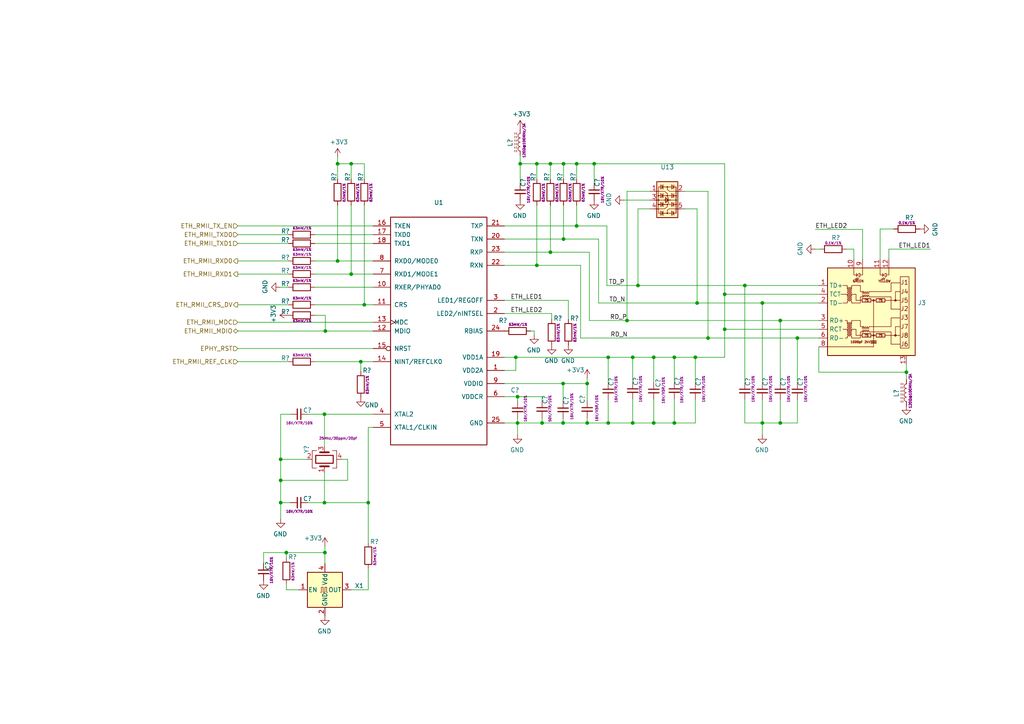
<source format=kicad_sch>
(kicad_sch (version 20211123) (generator eeschema)
  (paper "A4")
  (title_block (title "Buddy") (date "2019-10-24") (rev "v1.0.0") (company "PRUSA Research s.r.o.") (comment 1 "http://creativecommons.org/licenses/by-sa/4.0/") (comment 2 "Licensed under the Attribution-ShareAlike 4.0 International (CC BY-SA 4.0)"))
  (lib_symbols
    (symbol "BUDDY_v1.0.0-rescue:DT1140-04LP-Power_Protection" (pin_names (offset 1.016))
      (property "Reference" "U" (at -6.985 -2.54 0))
      (property "Value" "DT1140-04LP-Power_Protection" (at 6.35 1.27 90))
      (symbol "DT1140-04LP-Power_Protection_0_1"
        (rectangle (start -5.334 3.048) (end 5.08 -3.048) (stroke (width 0.254)) (fill (type background)))
        (circle (center -3.81 0) (radius 0.127))
        (circle (center -3.81 0) (radius 0.127))
        (circle (center -1.27 -2.54) (radius 0.127))
        (circle (center -1.27 -2.54) (radius 0.127))
        (circle (center -1.27 0) (radius 0.127))
        (circle (center -1.27 0) (radius 0.127))
        (circle (center -1.27 2.54) (radius 0.127))
        (circle (center -1.27 2.54) (radius 0.127))
        (circle (center 0 -2.54) (radius 0.127))
        (circle (center 0 -2.54) (radius 0.127))
        (polyline (pts (xy -4.445 -1.27) (xy -3.175 -1.27)))
        (polyline (pts (xy -4.445 -1.27) (xy -3.175 -1.27)))
        (polyline (pts (xy -4.445 1.905) (xy -3.175 1.905)))
        (polyline (pts (xy -3.81 -2.54) (xy -3.81 -0.635)))
        (polyline (pts (xy -3.81 -2.54) (xy 3.81 -2.54)))
        (polyline (pts (xy -3.81 -0.635) (xy -3.81 0.635)))
        (polyline (pts (xy -3.81 0.635) (xy -3.81 2.54)))
        (polyline (pts (xy -3.81 2.54) (xy 3.81 2.54)))
        (polyline (pts (xy -3.81 2.54) (xy 3.81 2.54)))
        (polyline (pts (xy -1.905 -1.27) (xy -0.635 -1.27)))
        (polyline (pts (xy -1.905 -1.27) (xy -0.635 -1.27)))
        (polyline (pts (xy -1.905 1.905) (xy -0.635 1.905)))
        (polyline (pts (xy -1.27 -2.54) (xy -1.27 -0.635)))
        (polyline (pts (xy -1.27 -2.54) (xy -1.27 -0.635)))
        (polyline (pts (xy -1.27 0.635) (xy -1.27 -0.635)))
        (polyline (pts (xy -1.27 0.635) (xy -1.27 2.54)))
        (polyline (pts (xy -0.762 0.254) (xy 0.762 0.254)))
        (polyline (pts (xy -0.7366 0.254) (xy -0.9144 -0.0254)))
        (polyline (pts (xy -0.6604 0.254) (xy 0.762 0.254)))
        (polyline (pts (xy 0 -0.889) (xy 0 -3.81)))
        (polyline (pts (xy 0 -0.889) (xy 0 1.016)))
        (polyline (pts (xy 0 -0.889) (xy 0 1.016)))
        (polyline (pts (xy 0 2.5654) (xy 0 -0.3556)))
        (polyline (pts (xy 0.635 -1.27) (xy 1.905 -1.27)))
        (polyline (pts (xy 0.635 -1.27) (xy 1.905 -1.27)))
        (polyline (pts (xy 0.635 1.905) (xy 1.905 1.905)))
        (polyline (pts (xy 0.762 0.254) (xy 0.9398 0.4826)))
        (polyline (pts (xy 1.27 -2.54) (xy 1.27 -0.635)))
        (polyline (pts (xy 1.27 -2.54) (xy 1.27 -0.635)))
        (polyline (pts (xy 1.27 0.635) (xy 1.27 -0.635)))
        (polyline (pts (xy 1.27 0.635) (xy 1.27 2.54)))
        (polyline (pts (xy 3.175 -1.27) (xy 4.445 -1.27)))
        (polyline (pts (xy 3.175 -1.27) (xy 4.445 -1.27)))
        (polyline (pts (xy 3.175 1.905) (xy 4.445 1.905)))
        (polyline (pts (xy 3.81 -2.54) (xy 3.81 -0.635)))
        (polyline (pts (xy 3.81 0.635) (xy 3.81 -0.635)))
        (polyline (pts (xy 3.81 0.635) (xy 3.81 2.54)))
        (polyline (pts (xy -4.445 -1.905) (xy -3.175 -1.905) (xy -3.81 -1.27) (xy -4.445 -1.905)))
        (polyline (pts (xy -4.445 1.27) (xy -3.175 1.27) (xy -3.81 1.905) (xy -4.445 1.27)))
        (polyline (pts (xy -2.54 -3.81) (xy -2.54 -0.762) (xy -1.905 0) (xy -1.27 0)))
        (polyline (pts (xy -2.54 3.81) (xy -2.54 0.635) (xy -3.048 0) (xy -3.937 0)))
        (polyline (pts (xy -1.905 -1.905) (xy -0.635 -1.905) (xy -1.27 -1.27) (xy -1.905 -1.905)))
        (polyline (pts (xy -1.905 1.27) (xy -0.635 1.27) (xy -1.27 1.905) (xy -1.905 1.27)))
        (polyline (pts (xy -0.762 -0.508) (xy 0.762 -0.508) (xy 0 0.254) (xy -0.762 -0.508)))
        (polyline (pts (xy -0.762 -0.508) (xy 0.762 -0.508) (xy 0 0.254) (xy -0.762 -0.508)))
        (polyline (pts (xy 0.635 -1.905) (xy 1.905 -1.905) (xy 1.27 -1.27) (xy 0.635 -1.905)))
        (polyline (pts (xy 0.635 1.27) (xy 1.905 1.27) (xy 1.27 1.905) (xy 0.635 1.27)))
        (polyline (pts (xy 2.54 -3.81) (xy 2.54 -0.762) (xy 1.905 0) (xy 1.143 0)))
        (polyline (pts (xy 2.54 3.81) (xy 2.54 0.508) (xy 2.921 0) (xy 3.81 0)))
        (polyline (pts (xy 3.175 -1.905) (xy 4.445 -1.905) (xy 3.81 -1.27) (xy 3.175 -1.905)))
        (polyline (pts (xy 3.175 1.27) (xy 4.445 1.27) (xy 3.81 1.905) (xy 3.175 1.27)))
        (circle (center 0 2.54) (radius 0.127))
        (circle (center 0 2.54) (radius 0.127))
        (circle (center 1.27 -2.54) (radius 0.127))
        (circle (center 1.27 -2.54) (radius 0.127))
        (circle (center 1.27 0) (radius 0.127))
        (circle (center 1.27 0) (radius 0.127))
        (circle (center 1.27 2.54) (radius 0.127))
        (circle (center 1.27 2.54) (radius 0.127))
        (circle (center 3.81 0) (radius 0.127))
        (circle (center 3.81 0) (radius 0.127))
      )
      (symbol "DT1140-04LP-Power_Protection_1_1"
        (pin passive line (at -2.54 -5.08 90) (length 2.54) (name "~") (number "1"))
        (pin passive line (at -2.54 5.08 270) (length 2.54) (name "~") (number "2"))
        (pin passive line (at 0 -5.08 90) (length 2.54) (name "~") (number "3"))
        (pin passive line (at 2.54 -5.08 90) (length 2.54) (name "~") (number "4"))
        (pin passive line (at 2.54 5.08 270) (length 2.54) (name "~") (number "5"))
      )
    )
    (symbol "BUDDY_v1.0.0-rescue:HR911105-Connector"
      (property "Reference" "J" (at 12.7 13.97 0))
      (property "Value" "HR911105-Connector" (at 0 -13.97 0))
      (symbol "HR911105-Connector_0_0"
        (rectangle (start -12.7 12.7) (end 12.7 -12.7) (stroke (width 0.254)) (fill (type background)))
        (polyline (pts (xy -3.937 -6.858) (xy -8.255 -6.858)))
        (polyline (pts (xy -3.937 3.302) (xy -8.255 3.302)))
        (polyline (pts (xy -0.635 -10.16) (xy 12.7 -10.16)))
        (polyline (pts (xy 8.255 -5.08) (xy 6.985 -5.08)))
        (polyline (pts (xy 8.89 5.08) (xy 6.985 5.08)))
        (polyline (pts (xy 0.635 -4.318) (xy -5.715 -4.318) (xy -5.715 -1.778) (xy -8.255 -1.778)))
        (polyline (pts (xy 0.635 5.842) (xy -5.715 5.842) (xy -5.715 8.382) (xy -8.255 8.382)))
        (polyline (pts (xy 2.667 -6.858) (xy 4.445 -6.858) (xy 4.445 -5.08) (xy 5.715 -5.08)))
        (polyline (pts (xy 2.667 3.302) (xy 4.445 3.302) (xy 4.445 5.08) (xy 5.715 5.08)))
        (text "1000pF 2kV" (at 3.175 -8.763 0) (effects (font (size 0.635 0.635))))
        (text "75" (at -2.667 -6.858 0) (effects (font (size 0.635 0.635))))
        (text "75" (at -2.667 3.302 0) (effects (font (size 0.635 0.635))))
        (text "75" (at 1.397 -6.858 0) (effects (font (size 0.635 0.635))))
        (text "75" (at 1.397 3.302 0) (effects (font (size 0.635 0.635))))
        (text "GREEN" (at 3.81 8.89 0) (effects (font (size 0.635 0.635))))
        (text "J1" (at -10.795 8.509 0) (effects (font (size 1.27 1.27)) (justify left)))
        (text "J2" (at -10.795 0.889 0) (effects (font (size 1.27 1.27)) (justify left)))
        (text "J3" (at -10.795 -1.651 0) (effects (font (size 1.27 1.27)) (justify left)))
        (text "J4" (at -10.795 5.842 0) (effects (font (size 1.27 1.27)) (justify left)))
        (text "J5" (at -10.795 3.302 0) (effects (font (size 1.27 1.27)) (justify left)))
        (text "J6" (at -10.795 -9.398 0) (effects (font (size 1.27 1.27)) (justify left)))
        (text "J7" (at -10.795 -4.318 0) (effects (font (size 1.27 1.27)) (justify left)))
        (text "J8" (at -10.795 -6.858 0) (effects (font (size 1.27 1.27)) (justify left)))
        (text "YELLOW" (at -3.81 8.89 0) (effects (font (size 0.635 0.635))))
      )
      (symbol "HR911105-Connector_0_1"
        (rectangle (start -8.382 -10.541) (end -10.922 10.16))
        (circle (center -6.985 -6.858) (radius 0.254) (fill (type outline)))
        (circle (center -6.985 3.302) (radius 0.254) (fill (type outline)))
        (rectangle (start -3.937 -7.366) (end -1.397 -6.35) (stroke (width 0.2032)))
        (rectangle (start -3.937 2.794) (end -1.397 3.81) (stroke (width 0.2032)))
        (circle (center -0.635 -6.858) (radius 0.254) (fill (type outline)))
        (circle (center -0.635 3.302) (radius 0.254) (fill (type outline)))
        (polyline (pts (xy -5.715 -9.398) (xy -8.255 -9.398)))
        (polyline (pts (xy -5.715 0.762) (xy -8.255 0.762)))
        (polyline (pts (xy -3.556 9.398) (xy -4.064 9.906)))
        (polyline (pts (xy -3.302 11.176) (xy -3.302 10.16)))
        (polyline (pts (xy -3.048 9.398) (xy -3.556 9.906)))
        (polyline (pts (xy -1.397 -9.017) (xy 0.127 -9.017)) (stroke (width 0.3302)))
        (polyline (pts (xy -1.397 -8.509) (xy 0.127 -8.509)) (stroke (width 0.3048)))
        (polyline (pts (xy -0.635 3.302) (xy -1.397 3.302)))
        (polyline (pts (xy 0.127 -6.858) (xy -1.397 -6.858)))
        (polyline (pts (xy 0.635 -5.334) (xy 2.667 -5.334)))
        (polyline (pts (xy 0.635 4.826) (xy 2.667 4.826)))
        (polyline (pts (xy 2.667 -4.826) (xy 0.635 -4.826)))
        (polyline (pts (xy 2.667 5.334) (xy 0.635 5.334)))
        (polyline (pts (xy 4.064 9.398) (xy 3.556 9.906)))
        (polyline (pts (xy 4.318 11.176) (xy 4.318 10.16)))
        (polyline (pts (xy 4.572 9.398) (xy 4.064 9.906)))
        (polyline (pts (xy 6.223 -3.048) (xy 6.223 -7.112)))
        (polyline (pts (xy 6.223 7.112) (xy 6.223 3.048)))
        (polyline (pts (xy 6.477 -7.112) (xy 6.477 -3.048)))
        (polyline (pts (xy 6.477 3.048) (xy 6.477 7.112)))
        (polyline (pts (xy -6.985 -6.858) (xy -6.985 -4.318) (xy -8.255 -4.318)))
        (polyline (pts (xy -6.985 3.302) (xy -6.985 5.842) (xy -8.255 5.842)))
        (polyline (pts (xy -5.08 12.7) (xy -5.08 10.668) (xy -4.318 10.668)))
        (polyline (pts (xy -3.556 9.652) (xy -3.556 9.398) (xy -3.81 9.398)))
        (polyline (pts (xy -3.048 9.652) (xy -3.048 9.398) (xy -3.302 9.398)))
        (polyline (pts (xy -2.54 12.7) (xy -2.54 10.668) (xy -3.302 10.668)))
        (polyline (pts (xy -0.635 -10.16) (xy -0.635 3.302) (xy 0 3.302)))
        (polyline (pts (xy 0.635 -5.842) (xy -5.715 -5.842) (xy -5.715 -9.398)))
        (polyline (pts (xy 0.635 4.318) (xy -5.715 4.318) (xy -5.715 0.762)))
        (polyline (pts (xy 2.54 12.7) (xy 2.54 10.668) (xy 3.302 10.668)))
        (polyline (pts (xy 4.064 9.652) (xy 4.064 9.398) (xy 3.81 9.398)))
        (polyline (pts (xy 4.572 9.652) (xy 4.572 9.398) (xy 4.318 9.398)))
        (polyline (pts (xy 5.08 12.7) (xy 5.08 10.668) (xy 4.318 10.668)))
        (polyline (pts (xy 6.985 -7.112) (xy 6.985 -7.62) (xy 7.62 -7.62)))
        (polyline (pts (xy 6.985 -3.048) (xy 6.985 -2.54) (xy 7.62 -2.54)))
        (polyline (pts (xy 6.985 3.048) (xy 6.985 2.54) (xy 8.255 2.54)))
        (polyline (pts (xy 6.985 7.112) (xy 6.985 7.62) (xy 8.255 7.62)))
        (polyline (pts (xy -3.302 10.668) (xy -4.318 11.176) (xy -4.318 10.16) (xy -3.302 10.668)))
        (polyline (pts (xy 4.318 10.668) (xy 3.302 11.176) (xy 3.302 10.16) (xy 4.318 10.668)))
        (polyline (pts (xy 2.667 -4.318) (xy 3.175 -4.318) (xy 3.175 -2.54) (xy 5.715 -2.54) (xy 5.715 -3.048)))
        (polyline (pts (xy 2.667 5.842) (xy 3.175 5.842) (xy 3.175 7.62) (xy 5.715 7.62) (xy 5.715 7.112)))
        (polyline (pts (xy 5.715 -7.112) (xy 5.715 -7.62) (xy 3.175 -7.62) (xy 3.175 -5.842) (xy 2.667 -5.842)))
        (polyline (pts (xy 5.715 3.048) (xy 5.715 2.54) (xy 3.175 2.54) (xy 3.175 4.318) (xy 2.667 4.318)))
        (rectangle (start 0.127 -7.366) (end 2.667 -6.35) (stroke (width 0.2032)))
        (rectangle (start 0.127 2.794) (end 2.667 3.81) (stroke (width 0.2032)))
        (arc (start 0.635 -4.318) (mid 0.889 -4.572) (end 1.143 -4.318))
        (arc (start 0.635 5.842) (mid 0.889 5.588) (end 1.143 5.842))
        (arc (start 1.143 -5.842) (mid 0.889 -5.588) (end 0.635 -5.842))
        (arc (start 1.143 -4.318) (mid 1.397 -4.572) (end 1.651 -4.318))
        (arc (start 1.143 4.318) (mid 0.889 4.572) (end 0.635 4.318))
        (arc (start 1.143 5.842) (mid 1.397 5.588) (end 1.651 5.842))
        (arc (start 1.651 -5.842) (mid 1.397 -5.588) (end 1.143 -5.842))
        (arc (start 1.651 -4.318) (mid 1.905 -4.572) (end 2.159 -4.318))
        (arc (start 1.651 4.318) (mid 1.397 4.572) (end 1.143 4.318))
        (arc (start 1.651 5.842) (mid 1.905 5.588) (end 2.159 5.842))
        (arc (start 2.159 -5.842) (mid 1.905 -5.588) (end 1.651 -5.842))
        (arc (start 2.159 -4.318) (mid 2.413 -4.572) (end 2.667 -4.318))
        (arc (start 2.159 4.318) (mid 1.905 4.572) (end 1.651 4.318))
        (arc (start 2.159 5.842) (mid 2.413 5.588) (end 2.667 5.842))
        (circle (center 2.413 -5.8674) (radius 0.0762) (stroke (width 0.0254)) (fill (type outline)))
        (circle (center 2.413 -4.2926) (radius 0.0762) (stroke (width 0.0254)) (fill (type outline)))
        (circle (center 2.413 4.2926) (radius 0.0762) (stroke (width 0.0254)) (fill (type outline)))
        (circle (center 2.413 5.8674) (radius 0.0762) (stroke (width 0.0254)) (fill (type outline)))
        (arc (start 2.667 -5.842) (mid 2.413 -5.588) (end 2.159 -5.842))
        (arc (start 2.667 4.318) (mid 2.413 4.572) (end 2.159 4.318))
        (circle (center 5.6896 -5.334) (radius 0.0762) (stroke (width 0.0254)) (fill (type outline)))
        (circle (center 5.6896 -3.302) (radius 0.0762) (stroke (width 0.0254)) (fill (type outline)))
        (circle (center 5.6896 4.826) (radius 0.0762) (stroke (width 0.0254)) (fill (type outline)))
        (circle (center 5.6896 6.858) (radius 0.0762) (stroke (width 0.0254)) (fill (type outline)))
        (arc (start 5.715 -7.112) (mid 5.969 -6.858) (end 5.715 -6.604))
        (arc (start 5.715 -6.604) (mid 5.969 -6.35) (end 5.715 -6.096))
        (arc (start 5.715 -6.096) (mid 5.969 -5.842) (end 5.715 -5.588))
        (arc (start 5.715 -5.588) (mid 5.969 -5.334) (end 5.715 -5.08))
        (arc (start 5.715 -5.08) (mid 5.969 -4.826) (end 5.715 -4.572))
        (arc (start 5.715 -4.572) (mid 5.969 -4.318) (end 5.715 -4.064))
        (arc (start 5.715 -4.064) (mid 5.969 -3.81) (end 5.715 -3.556))
        (arc (start 5.715 -3.556) (mid 5.969 -3.302) (end 5.715 -3.048))
        (arc (start 5.715 3.048) (mid 5.969 3.302) (end 5.715 3.556))
        (arc (start 5.715 3.556) (mid 5.969 3.81) (end 5.715 4.064))
        (arc (start 5.715 4.064) (mid 5.969 4.318) (end 5.715 4.572))
        (arc (start 5.715 4.572) (mid 5.969 4.826) (end 5.715 5.08))
        (arc (start 5.715 5.08) (mid 5.969 5.334) (end 5.715 5.588))
        (arc (start 5.715 5.588) (mid 5.969 5.842) (end 5.715 6.096))
        (arc (start 5.715 6.096) (mid 5.969 6.35) (end 5.715 6.604))
        (arc (start 5.715 6.604) (mid 5.969 6.858) (end 5.715 7.112))
        (arc (start 6.985 -6.604) (mid 6.731 -6.858) (end 6.985 -7.112))
        (arc (start 6.985 -6.096) (mid 6.731 -6.35) (end 6.985 -6.604))
        (arc (start 6.985 -5.588) (mid 6.731 -5.842) (end 6.985 -6.096))
        (arc (start 6.985 -5.08) (mid 6.731 -5.334) (end 6.985 -5.588))
        (arc (start 6.985 -4.572) (mid 6.731 -4.826) (end 6.985 -5.08))
        (arc (start 6.985 -4.064) (mid 6.731 -4.318) (end 6.985 -4.572))
        (arc (start 6.985 -3.556) (mid 6.731 -3.81) (end 6.985 -4.064))
        (arc (start 6.985 -3.048) (mid 6.731 -3.302) (end 6.985 -3.556))
        (arc (start 6.985 3.556) (mid 6.731 3.302) (end 6.985 3.048))
        (arc (start 6.985 4.064) (mid 6.731 3.81) (end 6.985 3.556))
        (arc (start 6.985 4.572) (mid 6.731 4.318) (end 6.985 4.064))
        (arc (start 6.985 5.08) (mid 6.731 4.826) (end 6.985 4.572))
        (arc (start 6.985 5.588) (mid 6.731 5.334) (end 6.985 5.08))
        (arc (start 6.985 6.096) (mid 6.731 5.842) (end 6.985 5.588))
        (arc (start 6.985 6.604) (mid 6.731 6.35) (end 6.985 6.096))
        (arc (start 6.985 7.112) (mid 6.731 6.858) (end 6.985 6.604))
        (circle (center 7.0104 -5.334) (radius 0.0762) (stroke (width 0.0254)) (fill (type outline)))
        (circle (center 7.0104 -3.302) (radius 0.0762) (stroke (width 0.0254)) (fill (type outline)))
        (circle (center 7.0104 4.826) (radius 0.0762) (stroke (width 0.0254)) (fill (type outline)))
        (circle (center 7.0104 6.858) (radius 0.0762) (stroke (width 0.0254)) (fill (type outline)))
      )
      (symbol "HR911105-Connector_1_1"
        (pin passive line (at 15.24 7.62 180) (length 2.54) (name "TD+") (number "1"))
        (pin passive line (at 5.08 15.24 270) (length 2.54) (name "~") (number "10"))
        (pin passive line (at -2.54 15.24 270) (length 2.54) (name "~") (number "11"))
        (pin passive line (at -5.08 15.24 270) (length 2.54) (name "~") (number "12"))
        (pin passive line (at -10.16 -15.24 90) (length 2.54) (name "~") (number "13"))
        (pin passive line (at 15.24 2.54 180) (length 2.54) (name "TD-") (number "2"))
        (pin passive line (at 15.24 -2.54 180) (length 2.54) (name "RD+") (number "3"))
        (pin passive line (at 15.24 5.08 180) (length 2.54) (name "TCT") (number "4"))
        (pin passive line (at 15.24 -5.08 180) (length 2.54) (name "RCT") (number "5"))
        (pin passive line (at 15.24 -7.62 180) (length 2.54) (name "RD-") (number "6"))
        (pin passive line (at 15.24 -10.16 180) (length 2.54) (name "~") (number "8"))
        (pin passive line (at 2.54 15.24 270) (length 2.54) (name "~") (number "9"))
      )
    )
    (symbol "BUDDY_v1.0.0-rescue:LAN8742A-CZ-TR-Interface_Ethernet" (pin_names (offset 1.016))
      (property "Reference" "U" (at -7.62 28.575 0))
      (property "Value" "LAN8742A-CZ-TR-Interface_Ethernet" (at -7.62 26.67 0))
      (symbol "LAN8742A-CZ-TR-Interface_Ethernet_0_1"
        (rectangle (start -15.24 25.4) (end 12.7 -40.64) (stroke (width 0.254)))
      )
      (symbol "LAN8742A-CZ-TR-Interface_Ethernet_1_1"
        (pin power_in line (at 17.78 -19.05 180) (length 5.08) (name "VDD2A") (number "1"))
        (pin output line (at -20.32 5.08 0) (length 5.08) (name "RXER/PHYAD0") (number "10"))
        (pin bidirectional line (at -20.32 0 0) (length 5.08) (name "CRS") (number "11"))
        (pin bidirectional line (at -20.32 -7.62 0) (length 5.08) (name "MDIO") (number "12"))
        (pin input clock (at -20.32 -5.08 0) (length 5.08) (name "MDC") (number "13"))
        (pin output line (at -20.32 -16.51 0) (length 5.08) (name "NINT/REFCLK0") (number "14"))
        (pin input inverted (at -20.32 -12.7 0) (length 5.08) (name "NRST") (number "15"))
        (pin input line (at -20.32 22.86 0) (length 5.08) (name "TXEN") (number "16"))
        (pin input line (at -20.32 20.32 0) (length 5.08) (name "TXD0") (number "17"))
        (pin input line (at -20.32 17.78 0) (length 5.08) (name "TXD1") (number "18"))
        (pin power_in line (at 17.78 -15.24 180) (length 5.08) (name "VDD1A") (number "19"))
        (pin bidirectional line (at 17.78 -2.54 180) (length 5.08) (name "LED2/nINTSEL") (number "2"))
        (pin output line (at 17.78 19.05 180) (length 5.08) (name "TXN") (number "20"))
        (pin output line (at 17.78 22.86 180) (length 5.08) (name "TXP") (number "21"))
        (pin output line (at 17.78 11.43 180) (length 5.08) (name "RXN") (number "22"))
        (pin output line (at 17.78 15.24 180) (length 5.08) (name "RXP") (number "23"))
        (pin input line (at 17.78 -7.62 180) (length 5.08) (name "RBIAS") (number "24"))
        (pin power_in line (at 17.78 -34.29 180) (length 5.08) (name "GND") (number "25"))
        (pin bidirectional line (at 17.78 1.27 180) (length 5.08) (name "LED1/REGOFF") (number "3"))
        (pin passive line (at -20.32 -31.75 0) (length 5.08) (name "XTAL2") (number "4"))
        (pin passive line (at -20.32 -35.56 0) (length 5.08) (name "XTAL1/CLKIN") (number "5"))
        (pin power_in line (at 17.78 -26.67 180) (length 5.08) (name "VDDCR") (number "6"))
        (pin output line (at -20.32 8.89 0) (length 5.08) (name "RXD1/MODE1") (number "7"))
        (pin output line (at -20.32 12.7 0) (length 5.08) (name "RXD0/MODE0") (number "8"))
        (pin power_in line (at 17.78 -22.86 180) (length 5.08) (name "VDDIO") (number "9"))
      )
    )
    (symbol "BUDDY_v1.0.0-rescue:L_Core_Ferrite-Device" (pin_numbers hide) (pin_names (offset 1.016) hide)
      (property "Reference" "L" (at -1.27 0 90))
      (property "Value" "L_Core_Ferrite-Device" (at 2.794 0 90))
      (symbol "L_Core_Ferrite-Device_0_1"
        (arc (start 0 -2.54) (mid 0.635 -1.905) (end 0 -1.27))
        (arc (start 0 -1.27) (mid 0.635 -0.635) (end 0 0))
        (polyline (pts (xy 1.016 -2.794) (xy 1.016 -2.286)))
        (polyline (pts (xy 1.016 -1.778) (xy 1.016 -1.27)))
        (polyline (pts (xy 1.016 -0.762) (xy 1.016 -0.254)))
        (polyline (pts (xy 1.016 0.254) (xy 1.016 0.762)))
        (polyline (pts (xy 1.016 1.27) (xy 1.016 1.778)))
        (polyline (pts (xy 1.016 2.286) (xy 1.016 2.794)))
        (polyline (pts (xy 1.524 -2.286) (xy 1.524 -2.794)))
        (polyline (pts (xy 1.524 -1.27) (xy 1.524 -1.778)))
        (polyline (pts (xy 1.524 -0.254) (xy 1.524 -0.762)))
        (polyline (pts (xy 1.524 0.762) (xy 1.524 0.254)))
        (polyline (pts (xy 1.524 1.778) (xy 1.524 1.27)))
        (polyline (pts (xy 1.524 2.794) (xy 1.524 2.286)))
        (arc (start 0 0) (mid 0.635 0.635) (end 0 1.27))
        (arc (start 0 1.27) (mid 0.635 1.905) (end 0 2.54))
      )
      (symbol "L_Core_Ferrite-Device_1_1"
        (pin passive line (at 0 3.81 270) (length 1.27) (name "1") (number "1"))
        (pin passive line (at 0 -3.81 90) (length 1.27) (name "2") (number "2"))
      )
    )
    (symbol "Device:C_Small" (pin_numbers hide) (pin_names (offset 0.254) hide)
      (property "Reference" "C" (at 0.254 1.778 0))
      (property "Value" "C_Small" (at 0.254 -2.032 0))
      (symbol "C_Small_0_1"
        (polyline (pts (xy -1.524 -0.508) (xy 1.524 -0.508)) (stroke (width 0.3302)))
        (polyline (pts (xy -1.524 0.508) (xy 1.524 0.508)) (stroke (width 0.3048)))
      )
      (symbol "C_Small_1_1"
        (pin passive line (at 0 2.54 270) (length 2.032) (name "~") (number "1"))
        (pin passive line (at 0 -2.54 90) (length 2.032) (name "~") (number "2"))
      )
    )
    (symbol "Device:Crystal_GND24" (pin_names (offset 1.016) hide)
      (property "Reference" "Y" (at 3.175 5.08 0))
      (property "Value" "Crystal_GND24" (at 3.175 3.175 0))
      (symbol "Crystal_GND24_0_1"
        (rectangle (start -1.143 2.54) (end 1.143 -2.54) (stroke (width 0.3048)))
        (polyline (pts (xy -2.54 0) (xy -2.032 0)))
        (polyline (pts (xy -2.032 -1.27) (xy -2.032 1.27)) (stroke (width 0.508)))
        (polyline (pts (xy 0 -3.81) (xy 0 -3.556)))
        (polyline (pts (xy 0 3.556) (xy 0 3.81)))
        (polyline (pts (xy 2.032 -1.27) (xy 2.032 1.27)) (stroke (width 0.508)))
        (polyline (pts (xy 2.032 0) (xy 2.54 0)))
        (polyline (pts (xy -2.54 -2.286) (xy -2.54 -3.556) (xy 2.54 -3.556) (xy 2.54 -2.286)))
        (polyline (pts (xy -2.54 2.286) (xy -2.54 3.556) (xy 2.54 3.556) (xy 2.54 2.286)))
      )
      (symbol "Crystal_GND24_1_1"
        (pin passive line (at -3.81 0 0) (length 1.27) (name "1") (number "1"))
        (pin passive line (at 0 5.08 270) (length 1.27) (name "2") (number "2"))
        (pin passive line (at 3.81 0 180) (length 1.27) (name "3") (number "3"))
        (pin passive line (at 0 -5.08 90) (length 1.27) (name "4") (number "4"))
      )
    )
    (symbol "Device:R" (pin_numbers hide) (pin_names (offset 0))
      (property "Reference" "R" (at 2.032 0 90))
      (property "Value" "R" (at 0 0 90))
      (symbol "R_0_1"
        (rectangle (start -1.016 -2.54) (end 1.016 2.54) (stroke (width 0.254)))
      )
      (symbol "R_1_1"
        (pin passive line (at 0 3.81 270) (length 1.27) (name "~") (number "1"))
        (pin passive line (at 0 -3.81 90) (length 1.27) (name "~") (number "2"))
      )
    )
    (symbol "Oscillator:ASE-xxxMHz" (pin_names (offset 0.254))
      (property "Reference" "X" (at -5.08 6.35 0))
      (property "Value" "ASE-xxxMHz" (at 1.27 -6.35 0))
      (symbol "ASE-xxxMHz_0_1"
        (rectangle (start -5.08 5.08) (end 5.08 -5.08) (stroke (width 0.254)) (fill (type background)))
        (polyline (pts (xy -1.27 -0.762) (xy -1.016 -0.762) (xy -1.016 0.762) (xy -0.508 0.762) (xy -0.508 -0.762) (xy 0 -0.762) (xy 0 0.762) (xy 0.508 0.762) (xy 0.508 -0.762) (xy 0.762 -0.762)))
      )
      (symbol "ASE-xxxMHz_1_1"
        (pin input line (at -7.62 0 0) (length 2.54) (name "EN") (number "1"))
        (pin power_in line (at 0 -7.62 90) (length 2.54) (name "GND") (number "2"))
        (pin output line (at 7.62 0 180) (length 2.54) (name "OUT") (number "3"))
        (pin power_in line (at 0 7.62 270) (length 2.54) (name "Vdd") (number "4"))
      )
    )
    (symbol "power:+3V3" (power) (pin_names (offset 0))
      (property "Value" "+3V3" (at 0 3.556 0))
      (symbol "+3V3_0_1"
        (polyline (pts (xy -0.762 1.27) (xy 0 2.54)))
        (polyline (pts (xy 0 0) (xy 0 2.54)))
        (polyline (pts (xy 0 2.54) (xy 0.762 1.27)))
      )
      (symbol "+3V3_1_1"
        (pin power_in line (at 0 0 90) (length 0) hide (name "+3V3") (number "1"))
      )
    )
    (symbol "power:GND" (power) (pin_names (offset 0))
      (property "Value" "GND" (at 0 -3.81 0))
      (symbol "GND_0_1"
        (polyline (pts (xy 0 0) (xy 0 -1.27) (xy 1.27 -1.27) (xy 0 -2.54) (xy -1.27 -1.27) (xy 0 -1.27)))
      )
      (symbol "GND_1_1"
        (pin power_in line (at 0 0 270) (length 0) hide (name "GND") (number "1"))
      )
    )
  )
  (junction (at 105.664 88.392))
  (junction (at 94.361 96.012))
  (junction (at 81.407 145.796))
  (junction (at 163.449 69.342))
  (junction (at 163.322 122.682))
  (junction (at 149.606 103.632))
  (junction (at 106.807 145.796))
  (junction (at 172.339 47.498))
  (junction (at 195.58 103.632))
  (junction (at 170.307 111.252))
  (junction (at 83.058 160.274))
  (junction (at 155.702 47.498))
  (junction (at 183.515 122.682))
  (junction (at 221.107 87.884))
  (junction (at 101.854 79.502))
  (junction (at 104.648 104.902))
  (junction (at 97.917 47.498))
  (junction (at 185.039 82.804))
  (junction (at 150.876 47.498))
  (junction (at 94.107 145.796))
  (junction (at 97.917 75.692))
  (junction (at 81.407 139.319))
  (junction (at 210.185 85.344))
  (junction (at 81.407 133.223))
  (junction (at 231.267 98.044))
  (junction (at 176.403 122.682))
  (junction (at 163.449 47.498))
  (junction (at 262.89 107.95))
  (junction (at 163.322 111.252))
  (junction (at 221.107 122.682))
  (junction (at 181.864 92.964))
  (junction (at 202.184 87.884))
  (junction (at 176.403 103.632))
  (junction (at 201.676 103.632))
  (junction (at 226.314 92.964))
  (junction (at 167.259 65.532))
  (junction (at 150.114 122.682))
  (junction (at 150.114 115.062))
  (junction (at 101.854 47.498))
  (junction (at 94.234 160.274))
  (junction (at 189.611 103.632))
  (junction (at 94.107 120.142))
  (junction (at 183.515 103.632))
  (junction (at 195.58 122.682))
  (junction (at 205.359 98.044))
  (junction (at 159.639 73.152))
  (junction (at 216.027 82.804))
  (junction (at 157.226 122.682))
  (junction (at 155.702 76.962))
  (junction (at 167.259 47.498))
  (junction (at 189.611 122.682))
  (junction (at 210.185 95.504))
  (junction (at 170.307 122.682))
  (junction (at 226.314 122.682))
  (junction (at 159.639 47.498))
  (wire (pts (xy 146.304 69.342) (xy 163.449 69.342)))
  (wire (pts (xy 163.449 59.563) (xy 163.449 69.342)))
  (wire (pts (xy 168.402 76.962) (xy 168.402 98.044)))
  (wire (pts (xy 153.924 96.012) (xy 154.94 96.012)))
  (wire (pts (xy 170.307 116.205) (xy 170.307 111.252)))
  (wire (pts (xy 101.854 59.563) (xy 101.854 79.502)))
  (wire (pts (xy 262.89 107.95) (xy 262.89 110.109)))
  (wire (pts (xy 226.314 92.964) (xy 237.49 92.964)))
  (wire (pts (xy 146.304 65.532) (xy 167.259 65.532)))
  (wire (pts (xy 221.107 122.682) (xy 221.107 126.111)))
  (wire (pts (xy 159.639 51.943) (xy 159.639 47.498)))
  (wire (pts (xy 262.89 105.664) (xy 262.89 107.95)))
  (wire (pts (xy 94.107 137.033) (xy 94.107 145.796)))
  (wire (pts (xy 105.664 88.392) (xy 91.313 88.392)))
  (wire (pts (xy 195.58 122.682) (xy 189.611 122.682)))
  (wire (pts (xy 150.876 47.498) (xy 150.876 45.085)))
  (wire (pts (xy 163.322 111.252) (xy 146.304 111.252)))
  (wire (pts (xy 83.693 104.902) (xy 68.961 104.902)))
  (wire (pts (xy 83.058 160.274) (xy 94.234 160.274)))
  (wire (pts (xy 198.628 60.579) (xy 202.184 60.579)))
  (wire (pts (xy 94.107 145.796) (xy 89.281 145.796)))
  (wire (pts (xy 81.407 150.495) (xy 81.407 145.796)))
  (wire (pts (xy 210.185 85.344) (xy 210.185 95.504)))
  (wire (pts (xy 255.27 75.184) (xy 255.27 66.421)))
  (wire (pts (xy 108.204 101.092) (xy 68.961 101.092)))
  (wire (pts (xy 108.204 83.312) (xy 91.313 83.312)))
  (wire (pts (xy 101.854 47.498) (xy 105.664 47.498)))
  (wire (pts (xy 108.204 96.012) (xy 94.361 96.012)))
  (wire (pts (xy 159.639 47.498) (xy 163.449 47.498)))
  (wire (pts (xy 100.838 139.319) (xy 81.407 139.319)))
  (wire (pts (xy 86.614 171.069) (xy 83.058 171.069)))
  (wire (pts (xy 100.838 133.223) (xy 100.838 139.319)))
  (wire (pts (xy 172.339 53.086) (xy 172.339 47.498)))
  (wire (pts (xy 150.876 47.498) (xy 155.702 47.498)))
  (wire (pts (xy 83.693 70.612) (xy 68.961 70.612)))
  (wire (pts (xy 170.307 111.252) (xy 163.322 111.252)))
  (wire (pts (xy 195.58 115.824) (xy 195.58 122.682)))
  (wire (pts (xy 97.917 75.692) (xy 91.313 75.692)))
  (wire (pts (xy 154.94 97.155) (xy 154.94 96.012)))
  (wire (pts (xy 160.02 90.932) (xy 160.02 92.583)))
  (wire (pts (xy 205.359 55.499) (xy 205.359 98.044)))
  (wire (pts (xy 183.515 103.632) (xy 189.611 103.632)))
  (wire (pts (xy 155.702 51.943) (xy 155.702 47.498)))
  (wire (pts (xy 83.058 161.798) (xy 83.058 160.274)))
  (wire (pts (xy 250.19 66.548) (xy 250.19 75.184)))
  (wire (pts (xy 173.609 87.884) (xy 202.184 87.884)))
  (wire (pts (xy 94.234 160.274) (xy 94.234 163.449)))
  (wire (pts (xy 159.639 59.563) (xy 159.639 73.152)))
  (wire (pts (xy 149.606 107.442) (xy 149.606 103.632)))
  (wire (pts (xy 176.403 110.871) (xy 176.403 103.632)))
  (wire (pts (xy 163.449 47.498) (xy 167.259 47.498)))
  (wire (pts (xy 170.307 109.728) (xy 170.307 111.252)))
  (wire (pts (xy 94.234 158.496) (xy 94.234 160.274)))
  (wire (pts (xy 150.876 53.086) (xy 150.876 47.498)))
  (wire (pts (xy 167.259 47.498) (xy 172.339 47.498)))
  (wire (pts (xy 176.022 65.532) (xy 176.022 82.804)))
  (wire (pts (xy 91.313 104.902) (xy 104.648 104.902)))
  (wire (pts (xy 155.702 47.498) (xy 159.639 47.498)))
  (wire (pts (xy 201.676 103.632) (xy 201.676 110.871)))
  (wire (pts (xy 210.185 85.344) (xy 237.49 85.344)))
  (wire (pts (xy 183.515 110.744) (xy 183.515 103.632)))
  (wire (pts (xy 221.107 115.951) (xy 221.107 122.682)))
  (wire (pts (xy 205.359 98.044) (xy 231.267 98.044)))
  (wire (pts (xy 257.81 72.263) (xy 269.875 72.263)))
  (wire (pts (xy 150.114 116.332) (xy 150.114 115.062)))
  (wire (pts (xy 101.854 171.069) (xy 106.807 171.069)))
  (wire (pts (xy 104.648 104.902) (xy 108.204 104.902)))
  (wire (pts (xy 216.027 115.951) (xy 216.027 122.682)))
  (wire (pts (xy 231.267 122.682) (xy 231.267 115.951)))
  (wire (pts (xy 83.693 75.692) (xy 68.961 75.692)))
  (wire (pts (xy 91.313 91.44) (xy 94.361 91.44)))
  (wire (pts (xy 195.58 103.632) (xy 201.676 103.632)))
  (wire (pts (xy 236.474 66.548) (xy 250.19 66.548)))
  (wire (pts (xy 181.864 92.964) (xy 226.314 92.964)))
  (wire (pts (xy 150.114 122.682) (xy 150.114 126.111)))
  (wire (pts (xy 172.339 47.498) (xy 210.185 47.498)))
  (wire (pts (xy 81.407 139.319) (xy 81.407 133.223)))
  (wire (pts (xy 94.107 120.142) (xy 108.204 120.142)))
  (wire (pts (xy 108.204 93.472) (xy 68.961 93.472)))
  (wire (pts (xy 163.449 69.342) (xy 173.609 69.342)))
  (wire (pts (xy 216.027 82.804) (xy 237.49 82.804)))
  (wire (pts (xy 168.402 98.044) (xy 205.359 98.044)))
  (wire (pts (xy 108.204 75.692) (xy 97.917 75.692)))
  (wire (pts (xy 163.322 122.682) (xy 163.322 121.412)))
  (wire (pts (xy 170.942 73.152) (xy 170.942 92.964)))
  (wire (pts (xy 189.611 110.871) (xy 189.611 103.632)))
  (wire (pts (xy 94.107 145.796) (xy 106.807 145.796)))
  (wire (pts (xy 106.807 123.952) (xy 108.204 123.952)))
  (wire (pts (xy 221.107 110.871) (xy 221.107 87.884)))
  (wire (pts (xy 108.204 79.502) (xy 101.854 79.502)))
  (wire (pts (xy 221.107 122.682) (xy 226.314 122.682)))
  (wire (pts (xy 106.807 157.353) (xy 106.807 145.796)))
  (wire (pts (xy 167.259 65.532) (xy 176.022 65.532)))
  (wire (pts (xy 231.267 98.044) (xy 237.49 98.044)))
  (wire (pts (xy 210.185 47.498) (xy 210.185 85.344)))
  (wire (pts (xy 146.304 122.682) (xy 150.114 122.682)))
  (wire (pts (xy 157.226 122.682) (xy 163.322 122.682)))
  (wire (pts (xy 163.322 122.682) (xy 170.307 122.682)))
  (wire (pts (xy 146.304 76.962) (xy 155.702 76.962)))
  (wire (pts (xy 89.027 133.223) (xy 81.407 133.223)))
  (wire (pts (xy 81.407 145.796) (xy 81.407 139.319)))
  (wire (pts (xy 170.942 92.964) (xy 181.864 92.964)))
  (wire (pts (xy 105.664 59.563) (xy 105.664 88.392)))
  (wire (pts (xy 170.307 121.285) (xy 170.307 122.682)))
  (wire (pts (xy 146.304 73.152) (xy 159.639 73.152)))
  (wire (pts (xy 150.114 122.682) (xy 150.114 121.412)))
  (wire (pts (xy 83.693 88.392) (xy 68.961 88.392)))
  (wire (pts (xy 201.676 103.632) (xy 210.185 103.632)))
  (wire (pts (xy 173.609 69.342) (xy 173.609 87.884)))
  (wire (pts (xy 101.854 51.943) (xy 101.854 47.498)))
  (wire (pts (xy 183.515 122.682) (xy 189.611 122.682)))
  (wire (pts (xy 257.81 75.184) (xy 257.81 72.263)))
  (wire (pts (xy 247.65 75.184) (xy 247.65 72.263)))
  (wire (pts (xy 189.611 115.951) (xy 189.611 122.682)))
  (wire (pts (xy 83.693 68.072) (xy 68.961 68.072)))
  (wire (pts (xy 76.454 163.322) (xy 76.454 160.274)))
  (wire (pts (xy 146.304 90.932) (xy 160.02 90.932)))
  (wire (pts (xy 237.871 72.263) (xy 236.474 72.263)))
  (wire (pts (xy 170.307 122.682) (xy 176.403 122.682)))
  (wire (pts (xy 188.468 58.039) (xy 180.975 58.039)))
  (wire (pts (xy 157.226 122.682) (xy 157.226 121.285)))
  (wire (pts (xy 149.606 103.632) (xy 176.403 103.632)))
  (wire (pts (xy 237.49 100.584) (xy 237.49 107.95)))
  (wire (pts (xy 164.846 87.122) (xy 164.846 92.583)))
  (wire (pts (xy 108.204 65.532) (xy 68.961 65.532)))
  (wire (pts (xy 167.259 59.563) (xy 167.259 65.532)))
  (wire (pts (xy 226.314 115.951) (xy 226.314 122.682)))
  (wire (pts (xy 76.454 160.274) (xy 83.058 160.274)))
  (wire (pts (xy 176.403 122.682) (xy 183.515 122.682)))
  (wire (pts (xy 81.407 145.796) (xy 84.201 145.796)))
  (wire (pts (xy 167.259 47.498) (xy 167.259 51.943)))
  (wire (pts (xy 83.058 171.069) (xy 83.058 169.418)))
  (wire (pts (xy 146.304 87.122) (xy 164.846 87.122)))
  (wire (pts (xy 195.58 110.744) (xy 195.58 103.632)))
  (wire (pts (xy 159.639 73.152) (xy 170.942 73.152)))
  (wire (pts (xy 108.204 88.392) (xy 105.664 88.392)))
  (wire (pts (xy 185.039 82.804) (xy 216.027 82.804)))
  (wire (pts (xy 157.226 115.062) (xy 157.226 116.205)))
  (wire (pts (xy 247.65 72.263) (xy 245.491 72.263)))
  (wire (pts (xy 99.187 133.223) (xy 100.838 133.223)))
  (wire (pts (xy 94.361 96.012) (xy 68.961 96.012)))
  (wire (pts (xy 163.449 51.943) (xy 163.449 47.498)))
  (wire (pts (xy 201.676 122.682) (xy 195.58 122.682)))
  (wire (pts (xy 97.917 59.563) (xy 97.917 75.692)))
  (wire (pts (xy 150.114 115.062) (xy 146.304 115.062)))
  (wire (pts (xy 210.185 95.504) (xy 210.185 103.632)))
  (wire (pts (xy 97.917 47.498) (xy 101.854 47.498)))
  (wire (pts (xy 150.114 122.682) (xy 157.226 122.682)))
  (wire (pts (xy 188.468 60.579) (xy 185.039 60.579)))
  (wire (pts (xy 101.854 79.502) (xy 91.313 79.502)))
  (wire (pts (xy 149.606 103.632) (xy 146.304 103.632)))
  (wire (pts (xy 216.027 110.871) (xy 216.027 82.804)))
  (wire (pts (xy 94.107 120.142) (xy 89.281 120.142)))
  (wire (pts (xy 176.403 103.632) (xy 183.515 103.632)))
  (wire (pts (xy 97.917 47.498) (xy 97.917 45.593)))
  (wire (pts (xy 188.468 55.499) (xy 181.864 55.499)))
  (wire (pts (xy 163.322 116.332) (xy 163.322 111.252)))
  (wire (pts (xy 202.184 87.884) (xy 221.107 87.884)))
  (wire (pts (xy 81.407 133.223) (xy 81.407 120.142)))
  (wire (pts (xy 97.917 51.943) (xy 97.917 47.498)))
  (wire (pts (xy 146.304 107.442) (xy 149.606 107.442)))
  (wire (pts (xy 105.664 51.943) (xy 105.664 47.498)))
  (wire (pts (xy 176.022 82.804) (xy 185.039 82.804)))
  (wire (pts (xy 201.676 115.951) (xy 201.676 122.682)))
  (wire (pts (xy 108.204 70.612) (xy 91.313 70.612)))
  (wire (pts (xy 83.693 83.312) (xy 81.28 83.312)))
  (wire (pts (xy 237.49 107.95) (xy 262.89 107.95)))
  (wire (pts (xy 216.027 122.682) (xy 221.107 122.682)))
  (wire (pts (xy 94.361 91.44) (xy 94.361 96.012)))
  (wire (pts (xy 189.611 103.632) (xy 195.58 103.632)))
  (wire (pts (xy 226.314 122.682) (xy 231.267 122.682)))
  (wire (pts (xy 202.184 60.579) (xy 202.184 87.884)))
  (wire (pts (xy 155.702 76.962) (xy 168.402 76.962)))
  (wire (pts (xy 185.039 60.579) (xy 185.039 82.804)))
  (wire (pts (xy 183.515 115.824) (xy 183.515 122.682)))
  (wire (pts (xy 94.107 129.413) (xy 94.107 120.142)))
  (wire (pts (xy 255.27 66.421) (xy 259.207 66.421)))
  (wire (pts (xy 106.807 145.796) (xy 106.807 123.952)))
  (wire (pts (xy 150.114 115.062) (xy 157.226 115.062)))
  (wire (pts (xy 231.267 110.871) (xy 231.267 98.044)))
  (wire (pts (xy 176.403 115.951) (xy 176.403 122.682)))
  (wire (pts (xy 181.864 55.499) (xy 181.864 92.964)))
  (wire (pts (xy 108.204 68.072) (xy 91.313 68.072)))
  (wire (pts (xy 198.628 55.499) (xy 205.359 55.499)))
  (wire (pts (xy 210.185 95.504) (xy 237.49 95.504)))
  (wire (pts (xy 226.314 110.871) (xy 226.314 92.964)))
  (wire (pts (xy 83.693 79.502) (xy 68.961 79.502)))
  (wire (pts (xy 81.407 120.142) (xy 84.201 120.142)))
  (wire (pts (xy 106.807 171.069) (xy 106.807 164.973)))
  (wire (pts (xy 104.648 107.696) (xy 104.648 104.902)))
  (wire (pts (xy 221.107 87.884) (xy 237.49 87.884)))
  (wire (pts (xy 155.702 59.563) (xy 155.702 76.962)))
  (label "RD_P" (at 176.911 92.964 0))
  (label "ETH_LED1" (at 269.875 72.263 180))
  (label "ETH_LED2" (at 236.474 66.548 0))
  (label "ETH_LED2" (at 157.353 90.932 180))
  (label "RD_N" (at 177.038 98.044 0))
  (label "TD_P" (at 176.53 82.804 0))
  (label "ETH_LED1" (at 157.353 87.122 180))
  (label "TD_N" (at 176.657 87.884 0))
  (hierarchical_label "ETH_RMII_RXD0" (shape output) (at 68.961 75.692 180))
  (hierarchical_label "ETH_RMII_TX_EN" (shape input) (at 68.961 65.532 180))
  (hierarchical_label "ETH_RMII_TXD1" (shape input) (at 68.961 70.612 180))
  (hierarchical_label "ETH_RMII_RXD1" (shape output) (at 68.961 79.502 180))
  (hierarchical_label "ETH_RMII_CRS_DV" (shape output) (at 68.961 88.392 180))
  (hierarchical_label "ETH_RMII_REF_CLK" (shape input) (at 68.961 104.902 180))
  (hierarchical_label "ETH_RMII_TXD0" (shape input) (at 68.961 68.072 180))
  (hierarchical_label "EPHY_RST" (shape input) (at 68.961 101.092 180))
  (hierarchical_label "ETH_RMII_MDC" (shape input) (at 68.961 93.472 180))
  (hierarchical_label "ETH_RMII_MDIO" (shape bidirectional) (at 68.961 96.012 180))
  (symbol (lib_id "BUDDY_v1.0.0-rescue:LAN8742A-CZ-TR-Interface_Ethernet") (at 128.524 88.392 0) (unit 1)
    (property "Reference" "U1" (at 127.254 58.7502 0))
  )
  (symbol (lib_id "Device:R") (at 155.702 55.753 0) (unit 1)
    (property "Reference" "R?" (at 154.686 52.578 90) (effects (justify left)))
    (property "req" "63mW/1%" (at 157.607 55.88 90) (effects (font (size 0.7112 0.7112))))
  )
  (symbol (lib_id "Device:R") (at 159.639 55.753 0) (unit 1)
    (property "Reference" "R?" (at 158.623 52.578 90) (effects (justify left)))
    (property "req" "63mW/1%" (at 161.544 55.88 90) (effects (font (size 0.7112 0.7112))))
  )
  (symbol (lib_id "Device:R") (at 163.449 55.753 0) (unit 1)
    (property "Reference" "R?" (at 162.433 52.578 90) (effects (justify left)))
    (property "req" "63mW/1%" (at 165.354 55.88 90) (effects (font (size 0.7112 0.7112))))
  )
  (symbol (lib_id "Device:R") (at 167.259 55.753 0) (unit 1)
    (property "Reference" "R?" (at 166.243 52.578 90) (effects (justify left)))
    (property "req" "63mW/1%" (at 169.164 55.88 90) (effects (font (size 0.7112 0.7112))))
  )
  (symbol (lib_id "power:+3V3") (at 150.876 37.465 0) (unit 1)
    (property "Reference" "#PWR040" (effects hide))
  )
  (symbol (lib_id "Device:R") (at 97.917 55.753 0) (unit 1)
    (property "Reference" "R?" (at 96.901 52.578 90) (effects (justify left)))
    (property "req" "63mW/1%" (at 99.822 55.88 90) (effects (font (size 0.7112 0.7112))))
  )
  (symbol (lib_id "Device:R") (at 101.854 55.753 0) (unit 1)
    (property "Reference" "R?" (at 100.838 52.578 90) (effects (justify left)))
    (property "req" "63mW/1%" (at 103.759 55.88 90) (effects (font (size 0.7112 0.7112))))
  )
  (symbol (lib_id "Device:R") (at 105.664 55.753 0) (unit 1)
    (property "Reference" "R?" (at 104.648 52.578 90) (effects (justify left)))
    (property "req" "63mW/1%" (at 107.569 55.88 90) (effects (font (size 0.7112 0.7112))))
  )
  (symbol (lib_id "power:+3V3") (at 97.917 45.593 0) (unit 1)
    (property "Reference" "#PWR035" (effects hide))
  )
  (symbol (lib_id "Device:R") (at 87.503 75.692 90) (unit 1)
    (property "Reference" "R?" (at 84.074 74.676 90) (effects (justify left)))
    (property "req" "63mW/1%" (at 87.63 73.787 90) (effects (font (size 0.7112 0.7112))))
  )
  (symbol (lib_id "Device:R") (at 87.503 79.502 90) (unit 1)
    (property "Reference" "R?" (at 84.074 78.486 90) (effects (justify left)))
    (property "req" "63mW/1%" (at 87.63 77.597 90) (effects (font (size 0.7112 0.7112))))
  )
  (symbol (lib_id "Device:R") (at 87.503 83.312 90) (unit 1)
    (property "Reference" "R?" (at 84.074 82.296 90) (effects (justify left)))
    (property "req" "63mW/1%" (at 87.63 81.407 90) (effects (font (size 0.7112 0.7112))))
  )
  (symbol (lib_id "Device:R") (at 87.503 88.392 90) (unit 1)
    (property "Reference" "R?" (at 84.074 87.376 90) (effects (justify left)))
    (property "req" "63mW/1%" (at 87.63 86.487 90) (effects (font (size 0.7112 0.7112))))
  )
  (symbol (lib_id "Device:R") (at 87.503 91.44 90) (unit 1)
    (property "Reference" "R?" (at 84.074 90.424 90) (effects (justify left)))
    (property "req" "63mW/1%" (at 87.63 93.091 90) (effects (font (size 0.7112 0.7112))))
  )
  (symbol (lib_id "Device:R") (at 87.503 104.902 90) (unit 1)
    (property "Reference" "R?" (at 84.074 103.886 90) (effects (justify left)))
    (property "req" "63mW/1%" (at 87.63 102.997 90) (effects (font (size 0.7112 0.7112))))
  )
  (symbol (lib_id "power:+3V3") (at 83.693 91.44 90) (unit 1)
    (property "Reference" "#PWR030" (effects hide))
  )
  (symbol (lib_id "Device:R") (at 150.114 96.012 90) (unit 1)
    (property "Reference" "R?" (at 147.193 92.964 90) (effects (justify left)))
    (property "req" "63mW/1%" (at 150.241 94.107 90) (effects (font (size 0.7112 0.7112))))
  )
  (symbol (lib_id "Device:C_Small") (at 86.741 120.142 270) (unit 1)
    (property "Reference" "C?" (at 87.884 118.999 90) (effects (justify left)))
    (property "req" "16V/X7R/10%" (at 82.931 122.682 90) (effects (font (size 0.7112 0.7112)) (justify left)))
  )
  (symbol (lib_id "Device:C_Small") (at 86.741 145.796 270) (unit 1)
    (property "Reference" "C?" (at 87.884 144.653 90) (effects (justify left)))
    (property "req" "16V/X7R/10%" (at 82.931 148.336 90) (effects (font (size 0.7112 0.7112)) (justify left)))
  )
  (symbol (lib_id "Device:C_Small") (at 150.114 118.872 0) (unit 1)
    (property "Reference" "C?" (at 148.082 113.157 0) (effects (justify left)))
    (property "req" "16V/X7R/10%" (at 152.4 122.428 90) (effects (font (size 0.7112 0.7112)) (justify left)))
  )
  (symbol (lib_id "Device:C_Small") (at 157.226 118.745 0) (unit 1)
    (property "Reference" "C?" (at 158.115 117.221 90) (effects (justify left)))
    (property "req" "50V/X7R/10%" (at 159.512 122.428 90) (effects (font (size 0.7112 0.7112)) (justify left)))
  )
  (symbol (lib_id "Device:C_Small") (at 163.322 118.872 0) (unit 1)
    (property "Reference" "C?" (at 164.211 117.475 90) (effects (justify left)))
    (property "req" "16V/X7R/10%" (at 165.862 121.793 90) (effects (font (size 0.7112 0.7112)) (justify left)))
  )
  (symbol (lib_id "power:+3V3") (at 170.307 109.728 0) (unit 1)
    (property "Reference" "#PWR041" (effects hide))
  )
  (symbol (lib_id "Device:C_Small") (at 176.403 113.411 0) (unit 1)
    (property "Reference" "C?" (at 177.292 112.014 90) (effects (justify left)))
    (property "req" "16V/X7R/10%" (at 178.689 116.84 90) (effects (font (size 0.7112 0.7112)) (justify left)))
  )
  (symbol (lib_id "Device:C_Small") (at 201.676 113.411 0) (unit 1)
    (property "Reference" "C?" (at 202.565 112.014 90) (effects (justify left)))
    (property "req" "16V/X7R/10%" (at 204.089 116.713 90) (effects (font (size 0.7112 0.7112)) (justify left)))
  )
  (symbol (lib_id "Device:R") (at 160.02 96.393 0) (unit 1)
    (property "Reference" "R?" (at 160.528 92.329 0) (effects (justify left)))
    (property "req" "63mW/1%" (at 161.925 96.52 90) (effects (font (size 0.7112 0.7112))))
  )
  (symbol (lib_id "Device:C_Small") (at 195.58 113.284 0) (unit 1)
    (property "Reference" "C?" (at 196.469 111.887 90) (effects (justify left)))
    (property "req" "16V/X7R/10%" (at 197.739 116.967 90) (effects (font (size 0.7112 0.7112)) (justify left)))
  )
  (symbol (lib_id "Device:C_Small") (at 189.611 113.411 0) (unit 1)
    (property "Reference" "C?" (at 190.881 112.395 90) (effects (justify left)))
    (property "req" "16V/X5R/10%" (at 192.405 117.094 90) (effects (font (size 0.7112 0.7112)) (justify left)))
  )
  (symbol (lib_id "Device:C_Small") (at 183.515 113.284 0) (unit 1)
    (property "Reference" "C?" (at 184.404 111.887 90) (effects (justify left)))
    (property "req" "16V/X7R/10%" (at 185.801 116.713 90) (effects (font (size 0.7112 0.7112)) (justify left)))
  )
  (symbol (lib_id "Device:R") (at 263.017 66.421 90) (unit 1)
    (property "Reference" "R?" (at 265.049 63.119 90) (effects (justify left)))
    (property "req" "0,1W/1%" (at 263.017 64.643 90) (effects (font (size 0.7112 0.7112))))
  )
  (symbol (lib_id "Device:R") (at 241.681 72.263 90) (unit 1)
    (property "Reference" "R?" (at 243.713 68.961 90) (effects (justify left)))
    (property "req" "0,1W/1%" (at 241.681 70.485 90) (effects (font (size 0.7112 0.7112))))
  )
  (symbol (lib_id "Device:Crystal_GND24") (at 94.107 133.223 90) (unit 1)
    (property "Reference" "Y?" (at 88.9 130.302 0))
    (property "req" "25Mhz/30ppm/20pf" (at 98.044 127.127 90) (effects (font (size 0.7112 0.7112))))
  )
  (symbol (lib_id "BUDDY_v1.0.0-rescue:HR911105-Connector") (at 252.73 90.424 0) (mirror y) (unit 1)
    (property "Reference" "J3" (at 266.192 87.8332 0) (effects (justify right)))
  )
  (symbol (lib_id "power:GND") (at 262.89 117.729 0) (mirror y) (unit 1)
    (property "Reference" "#PWR029" (effects hide))
  )
  (symbol (lib_id "Device:R") (at 164.846 96.393 0) (unit 1)
    (property "Reference" "R?" (at 165.354 92.329 0) (effects (justify left)))
    (property "req" "63mW/1%" (at 166.751 96.52 90) (effects (font (size 0.7112 0.7112))))
  )
  (symbol (lib_id "BUDDY_v1.0.0-rescue:DT1140-04LP-Power_Protection") (at 193.548 58.039 270) (unit 1)
    (property "Reference" "U13" (at 193.548 48.4632 90))
  )
  (symbol (lib_id "power:GND") (at 150.114 126.111 0) (mirror y) (unit 1)
    (property "Reference" "#PWR0212" (effects hide))
  )
  (symbol (lib_id "power:GND") (at 81.407 150.495 0) (mirror y) (unit 1)
    (property "Reference" "#PWR0213" (effects hide))
  )
  (symbol (lib_id "power:GND") (at 154.94 97.155 0) (mirror y) (unit 1)
    (property "Reference" "#PWR0217" (effects hide))
  )
  (symbol (lib_id "power:GND") (at 160.02 100.203 0) (mirror y) (unit 1)
    (property "Reference" "#PWR0218" (effects hide))
  )
  (symbol (lib_id "power:GND") (at 164.846 100.203 0) (mirror y) (unit 1)
    (property "Reference" "#PWR0219" (effects hide))
  )
  (symbol (lib_id "power:GND") (at 236.474 72.263 270) (mirror x) (unit 1)
    (property "Reference" "#PWR0220" (effects hide))
  )
  (symbol (lib_id "power:GND") (at 266.827 66.421 90) (mirror x) (unit 1)
    (property "Reference" "#PWR0221" (effects hide))
  )
  (symbol (lib_id "power:GND") (at 180.975 58.039 270) (mirror x) (unit 1)
    (property "Reference" "#PWR0224" (effects hide))
  )
  (symbol (lib_id "power:GND") (at 81.28 83.312 270) (mirror x) (unit 1)
    (property "Reference" "#PWR0222" (effects hide))
  )
  (symbol (lib_id "Device:R") (at 104.648 111.506 0) (unit 1)
    (property "Reference" "R?" (at 105.156 107.442 0) (effects (justify left)))
    (property "req" "63mW/1%" (at 106.553 111.633 90) (effects (font (size 0.7112 0.7112))))
  )
  (symbol (lib_id "BUDDY_v1.0.0-rescue:L_Core_Ferrite-Device") (at 150.876 41.275 180) (unit 1)
    (property "Reference" "L?" (at 147.955 41.402 90))
    (property "req" "120Ω@100MHz/3A" (at 152.019 40.767 90) (effects (font (size 0.7112 0.7112))))
  )
  (symbol (lib_id "power:GND") (at 104.648 115.316 0) (mirror y) (unit 1)
    (property "Reference" "#PWR0232" (effects hide))
  )
  (symbol (lib_id "Device:C_Small") (at 170.307 118.745 0) (unit 1)
    (property "Reference" "C?" (at 168.91 117.094 90) (effects (justify left)))
    (property "req" "16V/X5R/10%" (at 173.101 122.301 90) (effects (font (size 0.7112 0.7112)) (justify left)))
  )
  (symbol (lib_id "Device:R") (at 87.503 68.072 90) (unit 1)
    (property "Reference" "R?" (at 84.074 67.056 90) (effects (justify left)))
    (property "req" "63mW/1%" (at 87.63 66.167 90) (effects (font (size 0.7112 0.7112))))
  )
  (symbol (lib_id "Device:R") (at 87.503 70.612 90) (unit 1)
    (property "Reference" "R?" (at 84.074 69.596 90) (effects (justify left)))
    (property "req" "63mW/1%" (at 87.63 72.39 90) (effects (font (size 0.7112 0.7112))))
  )
  (symbol (lib_id "Device:C_Small") (at 150.876 55.626 0) (unit 1)
    (property "Reference" "C?" (at 151.765 54.229 90) (effects (justify left)))
    (property "req" "16V/X7R/10%" (at 153.289 58.928 90) (effects (font (size 0.7112 0.7112)) (justify left)))
  )
  (symbol (lib_id "Device:C_Small") (at 172.339 55.626 0) (unit 1)
    (property "Reference" "C?" (at 173.228 54.229 90) (effects (justify left)))
    (property "req" "16V/X7R/10%" (at 174.752 58.928 90) (effects (font (size 0.7112 0.7112)) (justify left)))
  )
  (symbol (lib_id "power:GND") (at 172.339 58.166 0) (mirror y) (unit 1)
    (property "Reference" "#PWR0228" (effects hide))
  )
  (symbol (lib_id "power:GND") (at 150.876 58.166 0) (mirror y) (unit 1)
    (property "Reference" "#PWR0169" (effects hide))
  )
  (symbol (lib_id "power:GND") (at 221.107 126.111 0) (mirror y) (unit 1)
    (property "Reference" "#PWR023" (effects hide))
  )
  (symbol (lib_id "Device:C_Small") (at 231.267 113.411 0) (unit 1)
    (property "Reference" "C?" (at 232.156 112.014 90) (effects (justify left)))
    (property "req" "16V/X7R/10%" (at 233.68 116.713 90) (effects (font (size 0.7112 0.7112)) (justify left)))
  )
  (symbol (lib_id "Device:C_Small") (at 226.314 113.411 0) (unit 1)
    (property "Reference" "C?" (at 227.203 112.014 90) (effects (justify left)))
    (property "req" "16V/X7R/10%" (at 228.727 116.713 90) (effects (font (size 0.7112 0.7112)) (justify left)))
  )
  (symbol (lib_id "Device:C_Small") (at 221.107 113.411 0) (unit 1)
    (property "Reference" "C?" (at 221.996 112.014 90) (effects (justify left)))
    (property "req" "16V/X7R/10%" (at 223.52 116.713 90) (effects (font (size 0.7112 0.7112)) (justify left)))
  )
  (symbol (lib_id "Device:C_Small") (at 216.027 113.411 0) (unit 1)
    (property "Reference" "C?" (at 216.916 112.014 90) (effects (justify left)))
    (property "req" "16V/X7R/10%" (at 218.44 116.713 90) (effects (font (size 0.7112 0.7112)) (justify left)))
  )
  (symbol (lib_id "Oscillator:ASE-xxxMHz") (at 94.234 171.069 0) (unit 1)
    (property "Reference" "X1" (at 102.8954 169.9006 0) (effects (justify left)))
  )
  (symbol (lib_id "Device:C_Small") (at 76.454 165.862 0) (unit 1)
    (property "Reference" "C?" (at 77.724 165.354 90) (effects (justify left)))
    (property "req" "16V/X7R/10%" (at 78.74 169.291 90) (effects (font (size 0.7112 0.7112)) (justify left)))
  )
  (symbol (lib_id "Device:R") (at 83.058 165.608 0) (unit 1)
    (property "Reference" "R?" (at 83.566 161.544 0) (effects (justify left)))
    (property "req" "63mW/1%" (at 84.963 165.735 90) (effects (font (size 0.7112 0.7112))))
  )
  (symbol (lib_id "power:GND") (at 76.454 168.402 0) (mirror y) (unit 1)
    (property "Reference" "#PWR031" (effects hide))
  )
  (symbol (lib_id "power:GND") (at 94.234 178.689 0) (mirror y) (unit 1)
    (property "Reference" "#PWR038" (effects hide))
  )
  (symbol (lib_id "Device:R") (at 106.807 161.163 0) (unit 1)
    (property "Reference" "R?" (at 107.315 157.099 0) (effects (justify left)))
    (property "req" "63mW/1%" (at 108.712 161.29 90) (effects (font (size 0.7112 0.7112))))
  )
  (symbol (lib_id "power:+3V3") (at 94.234 158.496 0) (unit 1)
    (property "Reference" "#PWR0223" (effects hide))
  )
  (symbol (lib_id "BUDDY_v1.0.0-rescue:L_Core_Ferrite-Device") (at 262.89 113.919 180) (unit 1)
    (property "Reference" "L?" (at 259.969 114.046 90))
    (property "req" "120Ω@100MHz/3A" (at 264.033 113.411 90) (effects (font (size 0.7112 0.7112))))
  )
)
</source>
